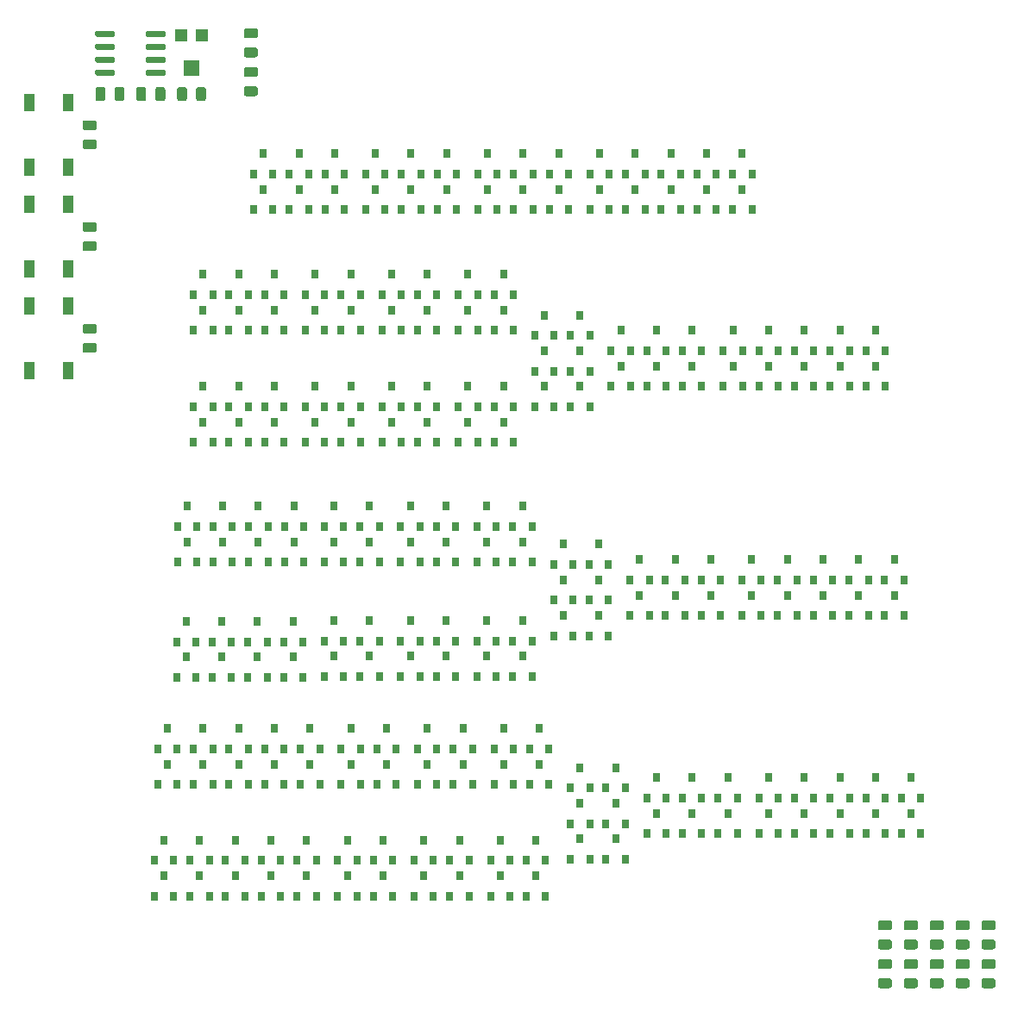
<source format=gbr>
%TF.GenerationSoftware,KiCad,Pcbnew,(5.99.0-3349-gc9824bbd9)*%
%TF.CreationDate,2020-09-24T16:48:39-07:00*%
%TF.ProjectId,Counter,436f756e-7465-4722-9e6b-696361645f70,rev?*%
%TF.SameCoordinates,Original*%
%TF.FileFunction,Paste,Top*%
%TF.FilePolarity,Positive*%
%FSLAX46Y46*%
G04 Gerber Fmt 4.6, Leading zero omitted, Abs format (unit mm)*
G04 Created by KiCad (PCBNEW (5.99.0-3349-gc9824bbd9)) date 2020-09-24 16:48:39*
%MOMM*%
%LPD*%
G01*
G04 APERTURE LIST*
%ADD10R,0.800000X0.900000*%
%ADD11R,1.200000X1.200000*%
%ADD12R,1.600000X1.500000*%
%ADD13R,1.000000X1.700000*%
G04 APERTURE END LIST*
D10*
%TO.C,Q52*%
X56681002Y-86816702D03*
X58581002Y-86816702D03*
X57631002Y-84816702D03*
%TD*%
%TO.C,U21*%
X53181002Y-83316702D03*
X55081002Y-83316702D03*
X54131002Y-81316702D03*
%TD*%
%TO.C,Q128*%
X68181002Y-49725000D03*
X70081002Y-49725000D03*
X69131002Y-47725000D03*
%TD*%
%TO.C,Q1*%
X29608403Y-61500000D03*
X31508403Y-61500000D03*
X30558403Y-59500000D03*
%TD*%
%TO.C,U74*%
X79181002Y-47725000D03*
X81081002Y-47725000D03*
X80131002Y-45725000D03*
%TD*%
%TO.C,Q80*%
X77523904Y-70225000D03*
X79423904Y-70225000D03*
X78473904Y-68225000D03*
%TD*%
%TO.C,Q111*%
X49681002Y-42225000D03*
X51581002Y-42225000D03*
X50631002Y-40225000D03*
%TD*%
%TO.C,Q25*%
X30841753Y-97777453D03*
X32741753Y-97777453D03*
X31791753Y-95777453D03*
%TD*%
%TO.C,U57*%
X97181002Y-88159604D03*
X99081002Y-88159604D03*
X98131002Y-86159604D03*
%TD*%
%TO.C,U56*%
X100681002Y-88159604D03*
X102581002Y-88159604D03*
X101631002Y-86159604D03*
%TD*%
%TO.C,Q57*%
X45341753Y-94277453D03*
X47241753Y-94277453D03*
X46291753Y-92277453D03*
%TD*%
%TO.C,Q35*%
X51523904Y-65000000D03*
X53423904Y-65000000D03*
X52473904Y-63000000D03*
%TD*%
%TO.C,U6*%
X38181002Y-83316702D03*
X40081002Y-83316702D03*
X39131002Y-81316702D03*
%TD*%
%TO.C,Q118*%
X53181002Y-49725000D03*
X55081002Y-49725000D03*
X54131002Y-47725000D03*
%TD*%
%TO.C,U33*%
X66523904Y-65225000D03*
X68423904Y-65225000D03*
X67473904Y-63225000D03*
%TD*%
%TO.C,U8*%
X37841753Y-94277453D03*
X39741753Y-94277453D03*
X38791753Y-92277453D03*
%TD*%
%TO.C,Q47*%
X62523904Y-76225000D03*
X64423904Y-76225000D03*
X63473904Y-74225000D03*
%TD*%
%TO.C,U3*%
X40108403Y-61500000D03*
X42008403Y-61500000D03*
X41058403Y-59500000D03*
%TD*%
%TO.C,U27*%
X48841753Y-97777453D03*
X50741753Y-97777453D03*
X49791753Y-95777453D03*
%TD*%
%TO.C,Q78*%
X71681002Y-90659604D03*
X73581002Y-90659604D03*
X72631002Y-88659604D03*
%TD*%
%TO.C,Q67*%
X51600000Y-30365501D03*
X53500000Y-30365501D03*
X52550000Y-28365501D03*
%TD*%
D11*
%TO.C,RV1*%
X32000000Y-13200000D03*
D12*
X31000000Y-16450000D03*
D11*
X30000000Y-13200000D03*
%TD*%
D10*
%TO.C,Q89*%
X84100000Y-30365501D03*
X86000000Y-30365501D03*
X85050000Y-28365501D03*
%TD*%
%TO.C,Q26*%
X34341753Y-97777453D03*
X36241753Y-97777453D03*
X35291753Y-95777453D03*
%TD*%
%TO.C,Q12*%
X40023904Y-76300000D03*
X41923904Y-76300000D03*
X40973904Y-74300000D03*
%TD*%
%TO.C,Q41*%
X44023904Y-72725000D03*
X45923904Y-72725000D03*
X44973904Y-70725000D03*
%TD*%
D13*
%TO.C,SW2*%
X15100000Y-29850000D03*
X15100000Y-36150000D03*
X18900000Y-29850000D03*
X18900000Y-36150000D03*
%TD*%
D10*
%TO.C,Q109*%
X42181002Y-42225000D03*
X44081002Y-42225000D03*
X43131002Y-40225000D03*
%TD*%
%TO.C,R9*%
G36*
G01*
X36373750Y-16355000D02*
X37286250Y-16355000D01*
G75*
G02*
X37530000Y-16598750I0J-243750D01*
G01*
X37530000Y-17086250D01*
G75*
G02*
X37286250Y-17330000I-243750J0D01*
G01*
X36373750Y-17330000D01*
G75*
G02*
X36130000Y-17086250I0J243750D01*
G01*
X36130000Y-16598750D01*
G75*
G02*
X36373750Y-16355000I243750J0D01*
G01*
G37*
G36*
G01*
X36373750Y-18230000D02*
X37286250Y-18230000D01*
G75*
G02*
X37530000Y-18473750I0J-243750D01*
G01*
X37530000Y-18961250D01*
G75*
G02*
X37286250Y-19205000I-243750J0D01*
G01*
X36373750Y-19205000D01*
G75*
G02*
X36130000Y-18961250I0J243750D01*
G01*
X36130000Y-18473750D01*
G75*
G02*
X36373750Y-18230000I243750J0D01*
G01*
G37*
%TD*%
%TO.C,Q136*%
X93681002Y-47725000D03*
X95581002Y-47725000D03*
X94631002Y-45725000D03*
%TD*%
%TO.C,U75*%
X83181002Y-44225000D03*
X85081002Y-44225000D03*
X84131002Y-42225000D03*
%TD*%
%TO.C,Q132*%
X83181002Y-47725000D03*
X85081002Y-47725000D03*
X84131002Y-45725000D03*
%TD*%
%TO.C,U32*%
X66100000Y-30365501D03*
X68000000Y-30365501D03*
X67050000Y-28365501D03*
%TD*%
%TO.C,U45*%
X77100000Y-26865501D03*
X79000000Y-26865501D03*
X78050000Y-24865501D03*
%TD*%
%TO.C,R1*%
G36*
G01*
X21456250Y-24425000D02*
X20543750Y-24425000D01*
G75*
G02*
X20300000Y-24181250I0J243750D01*
G01*
X20300000Y-23693750D01*
G75*
G02*
X20543750Y-23450000I243750J0D01*
G01*
X21456250Y-23450000D01*
G75*
G02*
X21700000Y-23693750I0J-243750D01*
G01*
X21700000Y-24181250D01*
G75*
G02*
X21456250Y-24425000I-243750J0D01*
G01*
G37*
G36*
G01*
X21456250Y-22550000D02*
X20543750Y-22550000D01*
G75*
G02*
X20300000Y-22306250I0J243750D01*
G01*
X20300000Y-21818750D01*
G75*
G02*
X20543750Y-21575000I243750J0D01*
G01*
X21456250Y-21575000D01*
G75*
G02*
X21700000Y-21818750I0J-243750D01*
G01*
X21700000Y-22306250D01*
G75*
G02*
X21456250Y-22550000I-243750J0D01*
G01*
G37*
%TD*%
%TO.C,U23*%
X49181002Y-86816702D03*
X51081002Y-86816702D03*
X50131002Y-84816702D03*
%TD*%
%TO.C,Q44*%
X55023904Y-76225000D03*
X56923904Y-76225000D03*
X55973904Y-74225000D03*
%TD*%
%TO.C,U42*%
X82681002Y-91659604D03*
X84581002Y-91659604D03*
X83631002Y-89659604D03*
%TD*%
%TO.C,Q33*%
X44023904Y-61500000D03*
X45923904Y-61500000D03*
X44973904Y-59500000D03*
%TD*%
%TO.C,Q10*%
X33023904Y-76300000D03*
X34923904Y-76300000D03*
X33973904Y-74300000D03*
%TD*%
%TO.C,Q30*%
X40600000Y-26865501D03*
X42500000Y-26865501D03*
X41550000Y-24865501D03*
%TD*%
%TO.C,Q43*%
X51523904Y-76225000D03*
X53423904Y-76225000D03*
X52473904Y-74225000D03*
%TD*%
%TO.C,Q97*%
X90181002Y-91659604D03*
X92081002Y-91659604D03*
X91131002Y-89659604D03*
%TD*%
%TO.C,Q135*%
X97181002Y-47725000D03*
X99081002Y-47725000D03*
X98131002Y-45725000D03*
%TD*%
%TO.C,Q88*%
X77100000Y-30365501D03*
X79000000Y-30365501D03*
X78050000Y-28365501D03*
%TD*%
%TO.C,Q100*%
X97181002Y-91659604D03*
X99081002Y-91659604D03*
X98131002Y-89659604D03*
%TD*%
%TO.C,U22*%
X60681002Y-83316702D03*
X62581002Y-83316702D03*
X61631002Y-81316702D03*
%TD*%
%TO.C,R2*%
G36*
G01*
X21456250Y-34425000D02*
X20543750Y-34425000D01*
G75*
G02*
X20300000Y-34181250I0J243750D01*
G01*
X20300000Y-33693750D01*
G75*
G02*
X20543750Y-33450000I243750J0D01*
G01*
X21456250Y-33450000D01*
G75*
G02*
X21700000Y-33693750I0J-243750D01*
G01*
X21700000Y-34181250D01*
G75*
G02*
X21456250Y-34425000I-243750J0D01*
G01*
G37*
G36*
G01*
X21456250Y-32550000D02*
X20543750Y-32550000D01*
G75*
G02*
X20300000Y-32306250I0J243750D01*
G01*
X20300000Y-31818750D01*
G75*
G02*
X20543750Y-31575000I243750J0D01*
G01*
X21456250Y-31575000D01*
G75*
G02*
X21700000Y-31818750I0J-243750D01*
G01*
X21700000Y-32306250D01*
G75*
G02*
X21456250Y-32550000I-243750J0D01*
G01*
G37*
%TD*%
%TO.C,Q108*%
X38181002Y-53225000D03*
X40081002Y-53225000D03*
X39131002Y-51225000D03*
%TD*%
%TO.C,U30*%
X62600000Y-26865501D03*
X64500000Y-26865501D03*
X63550000Y-24865501D03*
%TD*%
%TO.C,Q92*%
X88523904Y-70225000D03*
X90423904Y-70225000D03*
X89473904Y-68225000D03*
%TD*%
%TO.C,U60*%
X34681002Y-49725000D03*
X36581002Y-49725000D03*
X35631002Y-47725000D03*
%TD*%
%TO.C,Q45*%
X62523904Y-72725000D03*
X64423904Y-72725000D03*
X63473904Y-70725000D03*
%TD*%
%TO.C,U51*%
X99023904Y-66725000D03*
X100923904Y-66725000D03*
X99973904Y-64725000D03*
%TD*%
%TO.C,Q29*%
X37100000Y-30365501D03*
X39000000Y-30365501D03*
X38050000Y-28365501D03*
%TD*%
%TO.C,Q72*%
X66523904Y-68725000D03*
X68423904Y-68725000D03*
X67473904Y-66725000D03*
%TD*%
%TO.C,Q31*%
X40600000Y-30365501D03*
X42500000Y-30365501D03*
X41550000Y-28365501D03*
%TD*%
%TO.C,U26*%
X60341753Y-94277453D03*
X62241753Y-94277453D03*
X61291753Y-92277453D03*
%TD*%
%TO.C,Q131*%
X79181002Y-44225000D03*
X81081002Y-44225000D03*
X80131002Y-42225000D03*
%TD*%
%TO.C,U14*%
X59023904Y-61500000D03*
X60923904Y-61500000D03*
X59973904Y-59500000D03*
%TD*%
%TO.C,U58*%
X34681002Y-38725000D03*
X36581002Y-38725000D03*
X35631002Y-36725000D03*
%TD*%
%TO.C,Q105*%
X31181002Y-49725000D03*
X33081002Y-49725000D03*
X32131002Y-47725000D03*
%TD*%
%TO.C,U47*%
X80600000Y-26865501D03*
X82500000Y-26865501D03*
X81550000Y-24865501D03*
%TD*%
%TO.C,Q65*%
X48100000Y-26865501D03*
X50000000Y-26865501D03*
X49050000Y-24865501D03*
%TD*%
%TO.C,Q120*%
X53181002Y-53225000D03*
X55081002Y-53225000D03*
X54131002Y-51225000D03*
%TD*%
%TO.C,U63*%
X49681002Y-38725000D03*
X51581002Y-38725000D03*
X50631002Y-36725000D03*
%TD*%
D13*
%TO.C,SW1*%
X15100000Y-19850000D03*
X15100000Y-26150000D03*
X18900000Y-26150000D03*
X18900000Y-19850000D03*
%TD*%
D10*
%TO.C,U9*%
X41341753Y-94277453D03*
X43241753Y-94277453D03*
X42291753Y-92277453D03*
%TD*%
%TO.C,Q121*%
X60681002Y-49725000D03*
X62581002Y-49725000D03*
X61631002Y-47725000D03*
%TD*%
%TO.C,C1*%
G36*
G01*
X32425000Y-18543750D02*
X32425000Y-19456250D01*
G75*
G02*
X32181250Y-19700000I-243750J0D01*
G01*
X31693750Y-19700000D01*
G75*
G02*
X31450000Y-19456250I0J243750D01*
G01*
X31450000Y-18543750D01*
G75*
G02*
X31693750Y-18300000I243750J0D01*
G01*
X32181250Y-18300000D01*
G75*
G02*
X32425000Y-18543750I0J-243750D01*
G01*
G37*
G36*
G01*
X30550000Y-18543750D02*
X30550000Y-19456250D01*
G75*
G02*
X30306250Y-19700000I-243750J0D01*
G01*
X29818750Y-19700000D01*
G75*
G02*
X29575000Y-19456250I0J243750D01*
G01*
X29575000Y-18543750D01*
G75*
G02*
X29818750Y-18300000I243750J0D01*
G01*
X30306250Y-18300000D01*
G75*
G02*
X30550000Y-18543750I0J-243750D01*
G01*
G37*
%TD*%
%TO.C,Q34*%
X55023904Y-61500000D03*
X56923904Y-61500000D03*
X55973904Y-59500000D03*
%TD*%
%TO.C,Q74*%
X70023904Y-68725000D03*
X71923904Y-68725000D03*
X70973904Y-66725000D03*
%TD*%
%TO.C,U12*%
X47523904Y-61500000D03*
X49423904Y-61500000D03*
X48473904Y-59500000D03*
%TD*%
%TO.C,Q28*%
X41341753Y-97777453D03*
X43241753Y-97777453D03*
X42291753Y-95777453D03*
%TD*%
%TO.C,Q119*%
X49681002Y-53225000D03*
X51581002Y-53225000D03*
X50631002Y-51225000D03*
%TD*%
%TO.C,U10*%
X37100000Y-26865501D03*
X39000000Y-26865501D03*
X38050000Y-24865501D03*
%TD*%
%TO.C,U4*%
X36523904Y-72800000D03*
X38423904Y-72800000D03*
X37473904Y-70800000D03*
%TD*%
%TO.C,Q7*%
X29523904Y-72800000D03*
X31423904Y-72800000D03*
X30473904Y-70800000D03*
%TD*%
%TO.C,Q18*%
X34681002Y-86816702D03*
X36581002Y-86816702D03*
X35631002Y-84816702D03*
%TD*%
%TO.C,Q49*%
X45681002Y-83316702D03*
X47581002Y-83316702D03*
X46631002Y-81316702D03*
%TD*%
%TO.C,Q134*%
X90181002Y-47725000D03*
X92081002Y-47725000D03*
X91131002Y-45725000D03*
%TD*%
%TO.C,U48*%
X85023904Y-66725000D03*
X86923904Y-66725000D03*
X85973904Y-64725000D03*
%TD*%
%TO.C,U66*%
X45681002Y-53225000D03*
X47581002Y-53225000D03*
X46631002Y-51225000D03*
%TD*%
%TO.C,R8*%
G36*
G01*
X109676250Y-103025000D02*
X108763750Y-103025000D01*
G75*
G02*
X108520000Y-102781250I0J243750D01*
G01*
X108520000Y-102293750D01*
G75*
G02*
X108763750Y-102050000I243750J0D01*
G01*
X109676250Y-102050000D01*
G75*
G02*
X109920000Y-102293750I0J-243750D01*
G01*
X109920000Y-102781250D01*
G75*
G02*
X109676250Y-103025000I-243750J0D01*
G01*
G37*
G36*
G01*
X109676250Y-101150000D02*
X108763750Y-101150000D01*
G75*
G02*
X108520000Y-100906250I0J243750D01*
G01*
X108520000Y-100418750D01*
G75*
G02*
X108763750Y-100175000I243750J0D01*
G01*
X109676250Y-100175000D01*
G75*
G02*
X109920000Y-100418750I0J-243750D01*
G01*
X109920000Y-100906250D01*
G75*
G02*
X109676250Y-101150000I-243750J0D01*
G01*
G37*
%TD*%
%TO.C,C2*%
G36*
G01*
X21575000Y-19456250D02*
X21575000Y-18543750D01*
G75*
G02*
X21818750Y-18300000I243750J0D01*
G01*
X22306250Y-18300000D01*
G75*
G02*
X22550000Y-18543750I0J-243750D01*
G01*
X22550000Y-19456250D01*
G75*
G02*
X22306250Y-19700000I-243750J0D01*
G01*
X21818750Y-19700000D01*
G75*
G02*
X21575000Y-19456250I0J243750D01*
G01*
G37*
G36*
G01*
X23450000Y-19456250D02*
X23450000Y-18543750D01*
G75*
G02*
X23693750Y-18300000I243750J0D01*
G01*
X24181250Y-18300000D01*
G75*
G02*
X24425000Y-18543750I0J-243750D01*
G01*
X24425000Y-19456250D01*
G75*
G02*
X24181250Y-19700000I-243750J0D01*
G01*
X23693750Y-19700000D01*
G75*
G02*
X23450000Y-19456250I0J243750D01*
G01*
G37*
%TD*%
%TO.C,R6*%
G36*
G01*
X28425000Y-18543750D02*
X28425000Y-19456250D01*
G75*
G02*
X28181250Y-19700000I-243750J0D01*
G01*
X27693750Y-19700000D01*
G75*
G02*
X27450000Y-19456250I0J243750D01*
G01*
X27450000Y-18543750D01*
G75*
G02*
X27693750Y-18300000I243750J0D01*
G01*
X28181250Y-18300000D01*
G75*
G02*
X28425000Y-18543750I0J-243750D01*
G01*
G37*
G36*
G01*
X26550000Y-18543750D02*
X26550000Y-19456250D01*
G75*
G02*
X26306250Y-19700000I-243750J0D01*
G01*
X25818750Y-19700000D01*
G75*
G02*
X25575000Y-19456250I0J243750D01*
G01*
X25575000Y-18543750D01*
G75*
G02*
X25818750Y-18300000I243750J0D01*
G01*
X26306250Y-18300000D01*
G75*
G02*
X26550000Y-18543750I0J-243750D01*
G01*
G37*
%TD*%
%TO.C,Q96*%
X86681002Y-91659604D03*
X88581002Y-91659604D03*
X87631002Y-89659604D03*
%TD*%
%TO.C,Q20*%
X41681002Y-86816702D03*
X43581002Y-86816702D03*
X42631002Y-84816702D03*
%TD*%
%TO.C,Q84*%
X75681002Y-91659604D03*
X77581002Y-91659604D03*
X76631002Y-89659604D03*
%TD*%
%TO.C,U37*%
X77523904Y-66725000D03*
X79423904Y-66725000D03*
X78473904Y-64725000D03*
%TD*%
%TO.C,Q116*%
X42181002Y-38725000D03*
X44081002Y-38725000D03*
X43131002Y-36725000D03*
%TD*%
%TO.C,D3*%
G36*
G01*
X101143750Y-103985000D02*
X102056250Y-103985000D01*
G75*
G02*
X102300000Y-104228750I0J-243750D01*
G01*
X102300000Y-104716250D01*
G75*
G02*
X102056250Y-104960000I-243750J0D01*
G01*
X101143750Y-104960000D01*
G75*
G02*
X100900000Y-104716250I0J243750D01*
G01*
X100900000Y-104228750D01*
G75*
G02*
X101143750Y-103985000I243750J0D01*
G01*
G37*
G36*
G01*
X101143750Y-105860000D02*
X102056250Y-105860000D01*
G75*
G02*
X102300000Y-106103750I0J-243750D01*
G01*
X102300000Y-106591250D01*
G75*
G02*
X102056250Y-106835000I-243750J0D01*
G01*
X101143750Y-106835000D01*
G75*
G02*
X100900000Y-106591250I0J243750D01*
G01*
X100900000Y-106103750D01*
G75*
G02*
X101143750Y-105860000I243750J0D01*
G01*
G37*
%TD*%
%TO.C,Q69*%
X62600000Y-30365501D03*
X64500000Y-30365501D03*
X63550000Y-28365501D03*
%TD*%
D13*
%TO.C,SW3*%
X15100000Y-39850000D03*
X15100000Y-46150000D03*
X18900000Y-39850000D03*
X18900000Y-46150000D03*
%TD*%
D10*
%TO.C,Q103*%
X34681002Y-42225000D03*
X36581002Y-42225000D03*
X35631002Y-40225000D03*
%TD*%
%TO.C,Q133*%
X86681002Y-47725000D03*
X88581002Y-47725000D03*
X87631002Y-45725000D03*
%TD*%
%TO.C,Q66*%
X48100000Y-30365501D03*
X50000000Y-30365501D03*
X49050000Y-28365501D03*
%TD*%
%TO.C,Q56*%
X45681002Y-86816702D03*
X47581002Y-86816702D03*
X46631002Y-84816702D03*
%TD*%
%TO.C,Q22*%
X30841753Y-94277453D03*
X32741753Y-94277453D03*
X31791753Y-92277453D03*
%TD*%
%TO.C,Q75*%
X70023904Y-72225000D03*
X71923904Y-72225000D03*
X70973904Y-70225000D03*
%TD*%
%TO.C,Q107*%
X34681002Y-53225000D03*
X36581002Y-53225000D03*
X35631002Y-51225000D03*
%TD*%
%TO.C,Q73*%
X70023904Y-65225000D03*
X71923904Y-65225000D03*
X70973904Y-63225000D03*
%TD*%
%TO.C,Q95*%
X95523904Y-70225000D03*
X97423904Y-70225000D03*
X96473904Y-68225000D03*
%TD*%
%TO.C,R4*%
G36*
G01*
X104596250Y-103025000D02*
X103683750Y-103025000D01*
G75*
G02*
X103440000Y-102781250I0J243750D01*
G01*
X103440000Y-102293750D01*
G75*
G02*
X103683750Y-102050000I243750J0D01*
G01*
X104596250Y-102050000D01*
G75*
G02*
X104840000Y-102293750I0J-243750D01*
G01*
X104840000Y-102781250D01*
G75*
G02*
X104596250Y-103025000I-243750J0D01*
G01*
G37*
G36*
G01*
X104596250Y-101150000D02*
X103683750Y-101150000D01*
G75*
G02*
X103440000Y-100906250I0J243750D01*
G01*
X103440000Y-100418750D01*
G75*
G02*
X103683750Y-100175000I243750J0D01*
G01*
X104596250Y-100175000D01*
G75*
G02*
X104840000Y-100418750I0J-243750D01*
G01*
X104840000Y-100906250D01*
G75*
G02*
X104596250Y-101150000I-243750J0D01*
G01*
G37*
%TD*%
%TO.C,U7*%
X41681002Y-83316702D03*
X43581002Y-83316702D03*
X42631002Y-81316702D03*
%TD*%
%TO.C,Q48*%
X44023904Y-76225000D03*
X45923904Y-76225000D03*
X44973904Y-74225000D03*
%TD*%
%TO.C,Q32*%
X45050000Y-28365501D03*
X46000000Y-30365501D03*
X44100000Y-30365501D03*
%TD*%
%TO.C,U19*%
X47523904Y-76225000D03*
X49423904Y-76225000D03*
X48473904Y-74225000D03*
%TD*%
%TO.C,Q77*%
X71681002Y-87159604D03*
X73581002Y-87159604D03*
X72631002Y-85159604D03*
%TD*%
%TO.C,U40*%
X79181002Y-88159604D03*
X81081002Y-88159604D03*
X80131002Y-86159604D03*
%TD*%
%TO.C,Q110*%
X53181002Y-38725000D03*
X55081002Y-38725000D03*
X54131002Y-36725000D03*
%TD*%
%TO.C,Q55*%
X64181002Y-86816702D03*
X66081002Y-86816702D03*
X65131002Y-84816702D03*
%TD*%
%TO.C,Q71*%
X66100000Y-26865501D03*
X68000000Y-26865501D03*
X67050000Y-24865501D03*
%TD*%
%TO.C,U43*%
X70100000Y-26865501D03*
X72000000Y-26865501D03*
X71050000Y-24865501D03*
%TD*%
%TO.C,U54*%
X90181002Y-88159604D03*
X92081002Y-88159604D03*
X91131002Y-86159604D03*
%TD*%
%TO.C,U17*%
X51523904Y-72725000D03*
X53423904Y-72725000D03*
X52473904Y-70725000D03*
%TD*%
%TO.C,U34*%
X66523904Y-72225000D03*
X68423904Y-72225000D03*
X67473904Y-70225000D03*
%TD*%
%TO.C,U11*%
X44100000Y-26865501D03*
X46000000Y-26865501D03*
X45050000Y-24865501D03*
%TD*%
%TO.C,Q58*%
X56341753Y-94277453D03*
X58241753Y-94277453D03*
X57291753Y-92277453D03*
%TD*%
%TO.C,U36*%
X68181002Y-94159604D03*
X70081002Y-94159604D03*
X69131002Y-92159604D03*
%TD*%
%TO.C,Q15*%
X34681002Y-83316702D03*
X36581002Y-83316702D03*
X35631002Y-81316702D03*
%TD*%
%TO.C,Q38*%
X59023904Y-65000000D03*
X60923904Y-65000000D03*
X59973904Y-63000000D03*
%TD*%
%TO.C,Q50*%
X56681002Y-83316702D03*
X58581002Y-83316702D03*
X57631002Y-81316702D03*
%TD*%
%TO.C,Q126*%
X68181002Y-42725000D03*
X70081002Y-42725000D03*
X69131002Y-40725000D03*
%TD*%
%TO.C,U35*%
X68181002Y-87159604D03*
X70081002Y-87159604D03*
X69131002Y-85159604D03*
%TD*%
%TO.C,Q19*%
X38181002Y-86816702D03*
X40081002Y-86816702D03*
X39131002Y-84816702D03*
%TD*%
%TO.C,Q112*%
X53181002Y-42225000D03*
X55081002Y-42225000D03*
X54131002Y-40225000D03*
%TD*%
%TO.C,Q23*%
X34341753Y-94277453D03*
X36241753Y-94277453D03*
X35291753Y-92277453D03*
%TD*%
%TO.C,Q130*%
X72181002Y-47725000D03*
X74081002Y-47725000D03*
X73131002Y-45725000D03*
%TD*%
%TO.C,U71*%
X64681002Y-49725000D03*
X66581002Y-49725000D03*
X65631002Y-47725000D03*
%TD*%
%TO.C,Q94*%
X99023904Y-70225000D03*
X100923904Y-70225000D03*
X99973904Y-68225000D03*
%TD*%
%TO.C,Q2*%
X33108403Y-61500000D03*
X35008403Y-61500000D03*
X34058403Y-59500000D03*
%TD*%
%TO.C,Q24*%
X27341753Y-97777453D03*
X29241753Y-97777453D03*
X28291753Y-95777453D03*
%TD*%
%TO.C,U53*%
X86681002Y-88159604D03*
X88581002Y-88159604D03*
X87631002Y-86159604D03*
%TD*%
%TO.C,Q39*%
X62523904Y-65000000D03*
X64423904Y-65000000D03*
X63473904Y-63000000D03*
%TD*%
%TO.C,Q83*%
X79181002Y-91659604D03*
X81081002Y-91659604D03*
X80131002Y-89659604D03*
%TD*%
%TO.C,Q37*%
X62523904Y-61500000D03*
X64423904Y-61500000D03*
X63473904Y-59500000D03*
%TD*%
%TO.C,Q93*%
X92023904Y-70225000D03*
X93923904Y-70225000D03*
X92973904Y-68225000D03*
%TD*%
%TO.C,U16*%
X47523904Y-72725000D03*
X49423904Y-72725000D03*
X48473904Y-70725000D03*
%TD*%
%TO.C,Q53*%
X64181002Y-83316702D03*
X66081002Y-83316702D03*
X65131002Y-81316702D03*
%TD*%
%TO.C,Q122*%
X57181002Y-53225000D03*
X59081002Y-53225000D03*
X58131002Y-51225000D03*
%TD*%
%TO.C,Q127*%
X68181002Y-46225000D03*
X70081002Y-46225000D03*
X69131002Y-44225000D03*
%TD*%
%TO.C,Q79*%
X71681002Y-94159604D03*
X73581002Y-94159604D03*
X72631002Y-92159604D03*
%TD*%
%TO.C,Q98*%
X93681002Y-91659604D03*
X95581002Y-91659604D03*
X94631002Y-89659604D03*
%TD*%
%TO.C,D1*%
G36*
G01*
X106223750Y-103985000D02*
X107136250Y-103985000D01*
G75*
G02*
X107380000Y-104228750I0J-243750D01*
G01*
X107380000Y-104716250D01*
G75*
G02*
X107136250Y-104960000I-243750J0D01*
G01*
X106223750Y-104960000D01*
G75*
G02*
X105980000Y-104716250I0J243750D01*
G01*
X105980000Y-104228750D01*
G75*
G02*
X106223750Y-103985000I243750J0D01*
G01*
G37*
G36*
G01*
X106223750Y-105860000D02*
X107136250Y-105860000D01*
G75*
G02*
X107380000Y-106103750I0J-243750D01*
G01*
X107380000Y-106591250D01*
G75*
G02*
X107136250Y-106835000I-243750J0D01*
G01*
X106223750Y-106835000D01*
G75*
G02*
X105980000Y-106591250I0J243750D01*
G01*
X105980000Y-106103750D01*
G75*
G02*
X106223750Y-105860000I243750J0D01*
G01*
G37*
%TD*%
%TO.C,Q129*%
X75681002Y-47725000D03*
X77581002Y-47725000D03*
X76631002Y-45725000D03*
%TD*%
%TO.C,U24*%
X48841753Y-94277453D03*
X50741753Y-94277453D03*
X49791753Y-92277453D03*
%TD*%
%TO.C,Q59*%
X52841753Y-97777453D03*
X54741753Y-97777453D03*
X53791753Y-95777453D03*
%TD*%
%TO.C,Q36*%
X55023904Y-65000000D03*
X56923904Y-65000000D03*
X55973904Y-63000000D03*
%TD*%
%TO.C,U55*%
X93681002Y-88159604D03*
X95581002Y-88159604D03*
X94631002Y-86159604D03*
%TD*%
%TO.C,Q51*%
X53181002Y-86816702D03*
X55081002Y-86816702D03*
X54131002Y-84816702D03*
%TD*%
%TO.C,U49*%
X88523904Y-66725000D03*
X90423904Y-66725000D03*
X89473904Y-64725000D03*
%TD*%
%TO.C,R3*%
G36*
G01*
X107136250Y-103025000D02*
X106223750Y-103025000D01*
G75*
G02*
X105980000Y-102781250I0J243750D01*
G01*
X105980000Y-102293750D01*
G75*
G02*
X106223750Y-102050000I243750J0D01*
G01*
X107136250Y-102050000D01*
G75*
G02*
X107380000Y-102293750I0J-243750D01*
G01*
X107380000Y-102781250D01*
G75*
G02*
X107136250Y-103025000I-243750J0D01*
G01*
G37*
G36*
G01*
X107136250Y-101150000D02*
X106223750Y-101150000D01*
G75*
G02*
X105980000Y-100906250I0J243750D01*
G01*
X105980000Y-100418750D01*
G75*
G02*
X106223750Y-100175000I243750J0D01*
G01*
X107136250Y-100175000D01*
G75*
G02*
X107380000Y-100418750I0J-243750D01*
G01*
X107380000Y-100906250D01*
G75*
G02*
X107136250Y-101150000I-243750J0D01*
G01*
G37*
%TD*%
%TO.C,U50*%
X92023904Y-66725000D03*
X93923904Y-66725000D03*
X92973904Y-64725000D03*
%TD*%
%TO.C,Q17*%
X31181002Y-86816702D03*
X33081002Y-86816702D03*
X32131002Y-84816702D03*
%TD*%
%TO.C,Q102*%
X31181002Y-42225000D03*
X33081002Y-42225000D03*
X32131002Y-40225000D03*
%TD*%
%TO.C,Q63*%
X63841753Y-97777453D03*
X65741753Y-97777453D03*
X64791753Y-95777453D03*
%TD*%
%TO.C,U38*%
X74023904Y-66725000D03*
X75923904Y-66725000D03*
X74973904Y-64725000D03*
%TD*%
%TO.C,R7*%
G36*
G01*
X99516250Y-103025000D02*
X98603750Y-103025000D01*
G75*
G02*
X98360000Y-102781250I0J243750D01*
G01*
X98360000Y-102293750D01*
G75*
G02*
X98603750Y-102050000I243750J0D01*
G01*
X99516250Y-102050000D01*
G75*
G02*
X99760000Y-102293750I0J-243750D01*
G01*
X99760000Y-102781250D01*
G75*
G02*
X99516250Y-103025000I-243750J0D01*
G01*
G37*
G36*
G01*
X99516250Y-101150000D02*
X98603750Y-101150000D01*
G75*
G02*
X98360000Y-100906250I0J243750D01*
G01*
X98360000Y-100418750D01*
G75*
G02*
X98603750Y-100175000I243750J0D01*
G01*
X99516250Y-100175000D01*
G75*
G02*
X99760000Y-100418750I0J-243750D01*
G01*
X99760000Y-100906250D01*
G75*
G02*
X99516250Y-101150000I-243750J0D01*
G01*
G37*
%TD*%
%TO.C,U44*%
X73600000Y-26865501D03*
X75500000Y-26865501D03*
X74550000Y-24865501D03*
%TD*%
%TO.C,Q64*%
X45341753Y-97777453D03*
X47241753Y-97777453D03*
X46291753Y-95777453D03*
%TD*%
%TO.C,Q16*%
X27681002Y-86816702D03*
X29581002Y-86816702D03*
X28631002Y-84816702D03*
%TD*%
%TO.C,Q124*%
X42181002Y-49725000D03*
X44081002Y-49725000D03*
X43131002Y-47725000D03*
%TD*%
%TO.C,U62*%
X45681002Y-42225000D03*
X47581002Y-42225000D03*
X46631002Y-40225000D03*
%TD*%
%TO.C,Q46*%
X59023904Y-76225000D03*
X60923904Y-76225000D03*
X59973904Y-74225000D03*
%TD*%
%TO.C,D5*%
G36*
G01*
X108763750Y-103985000D02*
X109676250Y-103985000D01*
G75*
G02*
X109920000Y-104228750I0J-243750D01*
G01*
X109920000Y-104716250D01*
G75*
G02*
X109676250Y-104960000I-243750J0D01*
G01*
X108763750Y-104960000D01*
G75*
G02*
X108520000Y-104716250I0J243750D01*
G01*
X108520000Y-104228750D01*
G75*
G02*
X108763750Y-103985000I243750J0D01*
G01*
G37*
G36*
G01*
X108763750Y-105860000D02*
X109676250Y-105860000D01*
G75*
G02*
X109920000Y-106103750I0J-243750D01*
G01*
X109920000Y-106591250D01*
G75*
G02*
X109676250Y-106835000I-243750J0D01*
G01*
X108763750Y-106835000D01*
G75*
G02*
X108520000Y-106591250I0J243750D01*
G01*
X108520000Y-106103750D01*
G75*
G02*
X108763750Y-105860000I243750J0D01*
G01*
G37*
%TD*%
%TO.C,Q11*%
X36523904Y-76300000D03*
X38423904Y-76300000D03*
X37473904Y-74300000D03*
%TD*%
%TO.C,U29*%
X55100000Y-26865501D03*
X57000000Y-26865501D03*
X56050000Y-24865501D03*
%TD*%
%TO.C,U13*%
X51523904Y-61500000D03*
X53423904Y-61500000D03*
X52473904Y-59500000D03*
%TD*%
%TO.C,Q8*%
X33023904Y-72800000D03*
X34923904Y-72800000D03*
X33973904Y-70800000D03*
%TD*%
%TO.C,U28*%
X51600000Y-26865501D03*
X53500000Y-26865501D03*
X52550000Y-24865501D03*
%TD*%
%TO.C,Q54*%
X60681002Y-86816702D03*
X62581002Y-86816702D03*
X61631002Y-84816702D03*
%TD*%
%TO.C,Q14*%
X31181002Y-83316702D03*
X33081002Y-83316702D03*
X32131002Y-81316702D03*
%TD*%
%TO.C,Q9*%
X29523904Y-76300000D03*
X31423904Y-76300000D03*
X30473904Y-74300000D03*
%TD*%
%TO.C,Q101*%
X31181002Y-38725000D03*
X33081002Y-38725000D03*
X32131002Y-36725000D03*
%TD*%
%TO.C,U5*%
X40023904Y-72800000D03*
X41923904Y-72800000D03*
X40973904Y-70800000D03*
%TD*%
%TO.C,Q82*%
X81023904Y-66725000D03*
X82923904Y-66725000D03*
X81973904Y-64725000D03*
%TD*%
%TO.C,U1*%
G36*
G01*
X21550000Y-13245000D02*
X21550000Y-12945000D01*
G75*
G02*
X21700000Y-12795000I150000J0D01*
G01*
X23350000Y-12795000D01*
G75*
G02*
X23500000Y-12945000I0J-150000D01*
G01*
X23500000Y-13245000D01*
G75*
G02*
X23350000Y-13395000I-150000J0D01*
G01*
X21700000Y-13395000D01*
G75*
G02*
X21550000Y-13245000I0J150000D01*
G01*
G37*
G36*
G01*
X21550000Y-14515000D02*
X21550000Y-14215000D01*
G75*
G02*
X21700000Y-14065000I150000J0D01*
G01*
X23350000Y-14065000D01*
G75*
G02*
X23500000Y-14215000I0J-150000D01*
G01*
X23500000Y-14515000D01*
G75*
G02*
X23350000Y-14665000I-150000J0D01*
G01*
X21700000Y-14665000D01*
G75*
G02*
X21550000Y-14515000I0J150000D01*
G01*
G37*
G36*
G01*
X21550000Y-15785000D02*
X21550000Y-15485000D01*
G75*
G02*
X21700000Y-15335000I150000J0D01*
G01*
X23350000Y-15335000D01*
G75*
G02*
X23500000Y-15485000I0J-150000D01*
G01*
X23500000Y-15785000D01*
G75*
G02*
X23350000Y-15935000I-150000J0D01*
G01*
X21700000Y-15935000D01*
G75*
G02*
X21550000Y-15785000I0J150000D01*
G01*
G37*
G36*
G01*
X21550000Y-17055000D02*
X21550000Y-16755000D01*
G75*
G02*
X21700000Y-16605000I150000J0D01*
G01*
X23350000Y-16605000D01*
G75*
G02*
X23500000Y-16755000I0J-150000D01*
G01*
X23500000Y-17055000D01*
G75*
G02*
X23350000Y-17205000I-150000J0D01*
G01*
X21700000Y-17205000D01*
G75*
G02*
X21550000Y-17055000I0J150000D01*
G01*
G37*
G36*
G01*
X26500000Y-17055000D02*
X26500000Y-16755000D01*
G75*
G02*
X26650000Y-16605000I150000J0D01*
G01*
X28300000Y-16605000D01*
G75*
G02*
X28450000Y-16755000I0J-150000D01*
G01*
X28450000Y-17055000D01*
G75*
G02*
X28300000Y-17205000I-150000J0D01*
G01*
X26650000Y-17205000D01*
G75*
G02*
X26500000Y-17055000I0J150000D01*
G01*
G37*
G36*
G01*
X26500000Y-15785000D02*
X26500000Y-15485000D01*
G75*
G02*
X26650000Y-15335000I150000J0D01*
G01*
X28300000Y-15335000D01*
G75*
G02*
X28450000Y-15485000I0J-150000D01*
G01*
X28450000Y-15785000D01*
G75*
G02*
X28300000Y-15935000I-150000J0D01*
G01*
X26650000Y-15935000D01*
G75*
G02*
X26500000Y-15785000I0J150000D01*
G01*
G37*
G36*
G01*
X26500000Y-14515000D02*
X26500000Y-14215000D01*
G75*
G02*
X26650000Y-14065000I150000J0D01*
G01*
X28300000Y-14065000D01*
G75*
G02*
X28450000Y-14215000I0J-150000D01*
G01*
X28450000Y-14515000D01*
G75*
G02*
X28300000Y-14665000I-150000J0D01*
G01*
X26650000Y-14665000D01*
G75*
G02*
X26500000Y-14515000I0J150000D01*
G01*
G37*
G36*
G01*
X26500000Y-13245000D02*
X26500000Y-12945000D01*
G75*
G02*
X26650000Y-12795000I150000J0D01*
G01*
X28300000Y-12795000D01*
G75*
G02*
X28450000Y-12945000I0J-150000D01*
G01*
X28450000Y-13245000D01*
G75*
G02*
X28300000Y-13395000I-150000J0D01*
G01*
X26650000Y-13395000D01*
G75*
G02*
X26500000Y-13245000I0J150000D01*
G01*
G37*
%TD*%
%TO.C,U70*%
X64681002Y-42725000D03*
X66581002Y-42725000D03*
X65631002Y-40725000D03*
%TD*%
%TO.C,Q13*%
X27681002Y-83316702D03*
X29581002Y-83316702D03*
X28631002Y-81316702D03*
%TD*%
%TO.C,U20*%
X49181002Y-83316702D03*
X51081002Y-83316702D03*
X50131002Y-81316702D03*
%TD*%
%TO.C,U39*%
X81023904Y-70225000D03*
X82923904Y-70225000D03*
X81973904Y-68225000D03*
%TD*%
%TO.C,Q99*%
X100681002Y-91659604D03*
X102581002Y-91659604D03*
X101631002Y-89659604D03*
%TD*%
%TO.C,Q4*%
X33108403Y-65000000D03*
X35008403Y-65000000D03*
X34058403Y-63000000D03*
%TD*%
%TO.C,Q27*%
X37841753Y-97777453D03*
X39741753Y-97777453D03*
X38791753Y-95777453D03*
%TD*%
%TO.C,D4*%
G36*
G01*
X98603750Y-103985000D02*
X99516250Y-103985000D01*
G75*
G02*
X99760000Y-104228750I0J-243750D01*
G01*
X99760000Y-104716250D01*
G75*
G02*
X99516250Y-104960000I-243750J0D01*
G01*
X98603750Y-104960000D01*
G75*
G02*
X98360000Y-104716250I0J243750D01*
G01*
X98360000Y-104228750D01*
G75*
G02*
X98603750Y-103985000I243750J0D01*
G01*
G37*
G36*
G01*
X98603750Y-105860000D02*
X99516250Y-105860000D01*
G75*
G02*
X99760000Y-106103750I0J-243750D01*
G01*
X99760000Y-106591250D01*
G75*
G02*
X99516250Y-106835000I-243750J0D01*
G01*
X98603750Y-106835000D01*
G75*
G02*
X98360000Y-106591250I0J243750D01*
G01*
X98360000Y-106103750D01*
G75*
G02*
X98603750Y-105860000I243750J0D01*
G01*
G37*
%TD*%
%TO.C,Q113*%
X60681002Y-38725000D03*
X62581002Y-38725000D03*
X61631002Y-36725000D03*
%TD*%
%TO.C,R5*%
G36*
G01*
X102056250Y-103025000D02*
X101143750Y-103025000D01*
G75*
G02*
X100900000Y-102781250I0J243750D01*
G01*
X100900000Y-102293750D01*
G75*
G02*
X101143750Y-102050000I243750J0D01*
G01*
X102056250Y-102050000D01*
G75*
G02*
X102300000Y-102293750I0J-243750D01*
G01*
X102300000Y-102781250D01*
G75*
G02*
X102056250Y-103025000I-243750J0D01*
G01*
G37*
G36*
G01*
X102056250Y-101150000D02*
X101143750Y-101150000D01*
G75*
G02*
X100900000Y-100906250I0J243750D01*
G01*
X100900000Y-100418750D01*
G75*
G02*
X101143750Y-100175000I243750J0D01*
G01*
X102056250Y-100175000D01*
G75*
G02*
X102300000Y-100418750I0J-243750D01*
G01*
X102300000Y-100906250D01*
G75*
G02*
X102056250Y-101150000I-243750J0D01*
G01*
G37*
%TD*%
%TO.C,U25*%
X52841753Y-94277453D03*
X54741753Y-94277453D03*
X53791753Y-92277453D03*
%TD*%
%TO.C,Q86*%
X70100000Y-30365501D03*
X72000000Y-30365501D03*
X71050000Y-28365501D03*
%TD*%
%TO.C,Q87*%
X73600000Y-30365501D03*
X75500000Y-30365501D03*
X74550000Y-28365501D03*
%TD*%
%TO.C,U67*%
X49681002Y-49725000D03*
X51581002Y-49725000D03*
X50631002Y-47725000D03*
%TD*%
%TO.C,Q60*%
X56341753Y-97777453D03*
X58241753Y-97777453D03*
X57291753Y-95777453D03*
%TD*%
%TO.C,U76*%
X86681002Y-44225000D03*
X88581002Y-44225000D03*
X87631002Y-42225000D03*
%TD*%
%TO.C,D6*%
G36*
G01*
X37286250Y-15395000D02*
X36373750Y-15395000D01*
G75*
G02*
X36130000Y-15151250I0J243750D01*
G01*
X36130000Y-14663750D01*
G75*
G02*
X36373750Y-14420000I243750J0D01*
G01*
X37286250Y-14420000D01*
G75*
G02*
X37530000Y-14663750I0J-243750D01*
G01*
X37530000Y-15151250D01*
G75*
G02*
X37286250Y-15395000I-243750J0D01*
G01*
G37*
G36*
G01*
X37286250Y-13520000D02*
X36373750Y-13520000D01*
G75*
G02*
X36130000Y-13276250I0J243750D01*
G01*
X36130000Y-12788750D01*
G75*
G02*
X36373750Y-12545000I243750J0D01*
G01*
X37286250Y-12545000D01*
G75*
G02*
X37530000Y-12788750I0J-243750D01*
G01*
X37530000Y-13276250D01*
G75*
G02*
X37286250Y-13520000I-243750J0D01*
G01*
G37*
%TD*%
%TO.C,Q40*%
X44023904Y-65000000D03*
X45923904Y-65000000D03*
X44973904Y-63000000D03*
%TD*%
%TO.C,R10*%
G36*
G01*
X21456250Y-44425000D02*
X20543750Y-44425000D01*
G75*
G02*
X20300000Y-44181250I0J243750D01*
G01*
X20300000Y-43693750D01*
G75*
G02*
X20543750Y-43450000I243750J0D01*
G01*
X21456250Y-43450000D01*
G75*
G02*
X21700000Y-43693750I0J-243750D01*
G01*
X21700000Y-44181250D01*
G75*
G02*
X21456250Y-44425000I-243750J0D01*
G01*
G37*
G36*
G01*
X21456250Y-42550000D02*
X20543750Y-42550000D01*
G75*
G02*
X20300000Y-42306250I0J243750D01*
G01*
X20300000Y-41818750D01*
G75*
G02*
X20543750Y-41575000I243750J0D01*
G01*
X21456250Y-41575000D01*
G75*
G02*
X21700000Y-41818750I0J-243750D01*
G01*
X21700000Y-42306250D01*
G75*
G02*
X21456250Y-42550000I-243750J0D01*
G01*
G37*
%TD*%
%TO.C,Q125*%
X64681002Y-46225000D03*
X66581002Y-46225000D03*
X65631002Y-44225000D03*
%TD*%
%TO.C,U46*%
X84100000Y-26865501D03*
X86000000Y-26865501D03*
X85050000Y-24865501D03*
%TD*%
%TO.C,Q76*%
X68181002Y-90659604D03*
X70081002Y-90659604D03*
X69131002Y-88659604D03*
%TD*%
%TO.C,U64*%
X57181002Y-38725000D03*
X59081002Y-38725000D03*
X58131002Y-36725000D03*
%TD*%
%TO.C,Q90*%
X80600000Y-30365501D03*
X82500000Y-30365501D03*
X81550000Y-28365501D03*
%TD*%
%TO.C,U31*%
X59100000Y-26865501D03*
X61000000Y-26865501D03*
X60050000Y-24865501D03*
%TD*%
%TO.C,U68*%
X57181002Y-49725000D03*
X59081002Y-49725000D03*
X58131002Y-47725000D03*
%TD*%
%TO.C,U72*%
X75681002Y-44225000D03*
X77581002Y-44225000D03*
X76631002Y-42225000D03*
%TD*%
%TO.C,Q104*%
X38181002Y-42225000D03*
X40081002Y-42225000D03*
X39131002Y-40225000D03*
%TD*%
%TO.C,U52*%
X95523904Y-66725000D03*
X97423904Y-66725000D03*
X96473904Y-64725000D03*
%TD*%
%TO.C,Q117*%
X42181002Y-53225000D03*
X44081002Y-53225000D03*
X43131002Y-51225000D03*
%TD*%
%TO.C,Q3*%
X29608403Y-65000000D03*
X31508403Y-65000000D03*
X30558403Y-63000000D03*
%TD*%
%TO.C,U59*%
X38181002Y-38725000D03*
X40081002Y-38725000D03*
X39131002Y-36725000D03*
%TD*%
%TO.C,Q42*%
X55023904Y-72725000D03*
X56923904Y-72725000D03*
X55973904Y-70725000D03*
%TD*%
%TO.C,U77*%
X90181002Y-44225000D03*
X92081002Y-44225000D03*
X91131002Y-42225000D03*
%TD*%
%TO.C,U18*%
X59023904Y-72725000D03*
X60923904Y-72725000D03*
X59973904Y-70725000D03*
%TD*%
%TO.C,Q68*%
X55100000Y-30365501D03*
X57000000Y-30365501D03*
X56050000Y-28365501D03*
%TD*%
%TO.C,U15*%
X47523904Y-65000000D03*
X49423904Y-65000000D03*
X48473904Y-63000000D03*
%TD*%
%TO.C,Q123*%
X60681002Y-53225000D03*
X62581002Y-53225000D03*
X61631002Y-51225000D03*
%TD*%
%TO.C,Q81*%
X74023904Y-70225000D03*
X75923904Y-70225000D03*
X74973904Y-68225000D03*
%TD*%
%TO.C,Q62*%
X60341753Y-97777453D03*
X62241753Y-97777453D03*
X61291753Y-95777453D03*
%TD*%
%TO.C,Q70*%
X59100000Y-30365501D03*
X61000000Y-30365501D03*
X60050000Y-28365501D03*
%TD*%
%TO.C,Q21*%
X27341753Y-94277453D03*
X29241753Y-94277453D03*
X28291753Y-92277453D03*
%TD*%
%TO.C,Q5*%
X36608403Y-65000000D03*
X38508403Y-65000000D03*
X37558403Y-63000000D03*
%TD*%
%TO.C,U79*%
X93681002Y-44225000D03*
X95581002Y-44225000D03*
X94631002Y-42225000D03*
%TD*%
%TO.C,Q61*%
X63841753Y-94277453D03*
X65741753Y-94277453D03*
X64791753Y-92277453D03*
%TD*%
%TO.C,U61*%
X38181002Y-49725000D03*
X40081002Y-49725000D03*
X39131002Y-47725000D03*
%TD*%
%TO.C,Q85*%
X82681002Y-88159604D03*
X84581002Y-88159604D03*
X83631002Y-86159604D03*
%TD*%
%TO.C,U2*%
X36608403Y-61500000D03*
X38508403Y-61500000D03*
X37558403Y-59500000D03*
%TD*%
%TO.C,U65*%
X45681002Y-38725000D03*
X47581002Y-38725000D03*
X46631002Y-36725000D03*
%TD*%
%TO.C,U69*%
X45681002Y-49725000D03*
X47581002Y-49725000D03*
X46631002Y-47725000D03*
%TD*%
%TO.C,U41*%
X75681002Y-88159604D03*
X77581002Y-88159604D03*
X76631002Y-86159604D03*
%TD*%
%TO.C,U73*%
X72181002Y-44225000D03*
X74081002Y-44225000D03*
X73131002Y-42225000D03*
%TD*%
%TO.C,U78*%
X97181002Y-44225000D03*
X99081002Y-44225000D03*
X98131002Y-42225000D03*
%TD*%
%TO.C,Q6*%
X40108403Y-65000000D03*
X42008403Y-65000000D03*
X41058403Y-63000000D03*
%TD*%
%TO.C,Q91*%
X85023904Y-70225000D03*
X86923904Y-70225000D03*
X85973904Y-68225000D03*
%TD*%
%TO.C,Q114*%
X57181002Y-42225000D03*
X59081002Y-42225000D03*
X58131002Y-40225000D03*
%TD*%
%TO.C,D2*%
G36*
G01*
X103683750Y-103985000D02*
X104596250Y-103985000D01*
G75*
G02*
X104840000Y-104228750I0J-243750D01*
G01*
X104840000Y-104716250D01*
G75*
G02*
X104596250Y-104960000I-243750J0D01*
G01*
X103683750Y-104960000D01*
G75*
G02*
X103440000Y-104716250I0J243750D01*
G01*
X103440000Y-104228750D01*
G75*
G02*
X103683750Y-103985000I243750J0D01*
G01*
G37*
G36*
G01*
X103683750Y-105860000D02*
X104596250Y-105860000D01*
G75*
G02*
X104840000Y-106103750I0J-243750D01*
G01*
X104840000Y-106591250D01*
G75*
G02*
X104596250Y-106835000I-243750J0D01*
G01*
X103683750Y-106835000D01*
G75*
G02*
X103440000Y-106591250I0J243750D01*
G01*
X103440000Y-106103750D01*
G75*
G02*
X103683750Y-105860000I243750J0D01*
G01*
G37*
%TD*%
%TO.C,Q115*%
X60681002Y-42225000D03*
X62581002Y-42225000D03*
X61631002Y-40225000D03*
%TD*%
%TO.C,Q106*%
X31181002Y-53225000D03*
X33081002Y-53225000D03*
X32131002Y-51225000D03*
%TD*%
M02*

</source>
